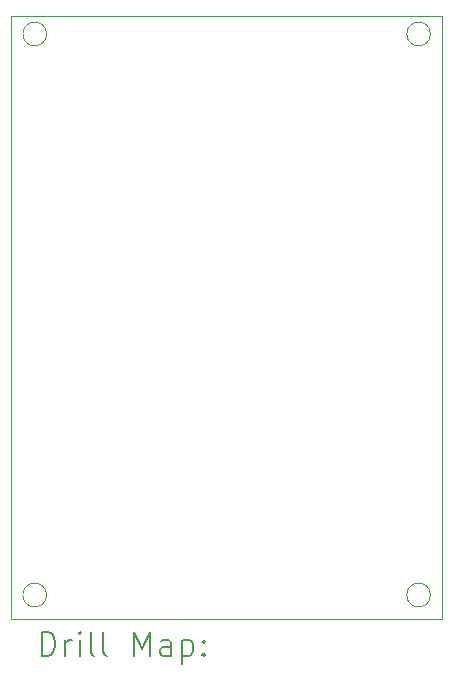
<source format=gbr>
%TF.GenerationSoftware,KiCad,Pcbnew,7.0.7*%
%TF.CreationDate,2024-09-10T18:13:52+02:00*%
%TF.ProjectId,meteo-home,6d657465-6f2d-4686-9f6d-652e6b696361,rev?*%
%TF.SameCoordinates,Original*%
%TF.FileFunction,Drillmap*%
%TF.FilePolarity,Positive*%
%FSLAX45Y45*%
G04 Gerber Fmt 4.5, Leading zero omitted, Abs format (unit mm)*
G04 Created by KiCad (PCBNEW 7.0.7) date 2024-09-10 18:13:52*
%MOMM*%
%LPD*%
G01*
G04 APERTURE LIST*
%ADD10C,0.050000*%
%ADD11C,0.200000*%
G04 APERTURE END LIST*
D10*
X10800000Y-5150000D02*
G75*
G03*
X10800000Y-5150000I-100000J0D01*
G01*
X10800000Y-9900000D02*
G75*
G03*
X10800000Y-9900000I-100000J0D01*
G01*
X14050000Y-9900000D02*
G75*
G03*
X14050000Y-9900000I-100000J0D01*
G01*
X14050000Y-5150000D02*
G75*
G03*
X14050000Y-5150000I-100000J0D01*
G01*
X10500000Y-5000000D02*
X14150000Y-5000000D01*
X14150000Y-10100000D01*
X10500000Y-10100000D01*
X10500000Y-5000000D01*
D11*
X10758277Y-10413984D02*
X10758277Y-10213984D01*
X10758277Y-10213984D02*
X10805896Y-10213984D01*
X10805896Y-10213984D02*
X10834467Y-10223508D01*
X10834467Y-10223508D02*
X10853515Y-10242555D01*
X10853515Y-10242555D02*
X10863039Y-10261603D01*
X10863039Y-10261603D02*
X10872563Y-10299698D01*
X10872563Y-10299698D02*
X10872563Y-10328270D01*
X10872563Y-10328270D02*
X10863039Y-10366365D01*
X10863039Y-10366365D02*
X10853515Y-10385412D01*
X10853515Y-10385412D02*
X10834467Y-10404460D01*
X10834467Y-10404460D02*
X10805896Y-10413984D01*
X10805896Y-10413984D02*
X10758277Y-10413984D01*
X10958277Y-10413984D02*
X10958277Y-10280650D01*
X10958277Y-10318746D02*
X10967801Y-10299698D01*
X10967801Y-10299698D02*
X10977324Y-10290174D01*
X10977324Y-10290174D02*
X10996372Y-10280650D01*
X10996372Y-10280650D02*
X11015420Y-10280650D01*
X11082086Y-10413984D02*
X11082086Y-10280650D01*
X11082086Y-10213984D02*
X11072563Y-10223508D01*
X11072563Y-10223508D02*
X11082086Y-10233031D01*
X11082086Y-10233031D02*
X11091610Y-10223508D01*
X11091610Y-10223508D02*
X11082086Y-10213984D01*
X11082086Y-10213984D02*
X11082086Y-10233031D01*
X11205896Y-10413984D02*
X11186848Y-10404460D01*
X11186848Y-10404460D02*
X11177324Y-10385412D01*
X11177324Y-10385412D02*
X11177324Y-10213984D01*
X11310658Y-10413984D02*
X11291610Y-10404460D01*
X11291610Y-10404460D02*
X11282086Y-10385412D01*
X11282086Y-10385412D02*
X11282086Y-10213984D01*
X11539229Y-10413984D02*
X11539229Y-10213984D01*
X11539229Y-10213984D02*
X11605896Y-10356841D01*
X11605896Y-10356841D02*
X11672562Y-10213984D01*
X11672562Y-10213984D02*
X11672562Y-10413984D01*
X11853515Y-10413984D02*
X11853515Y-10309222D01*
X11853515Y-10309222D02*
X11843991Y-10290174D01*
X11843991Y-10290174D02*
X11824943Y-10280650D01*
X11824943Y-10280650D02*
X11786848Y-10280650D01*
X11786848Y-10280650D02*
X11767801Y-10290174D01*
X11853515Y-10404460D02*
X11834467Y-10413984D01*
X11834467Y-10413984D02*
X11786848Y-10413984D01*
X11786848Y-10413984D02*
X11767801Y-10404460D01*
X11767801Y-10404460D02*
X11758277Y-10385412D01*
X11758277Y-10385412D02*
X11758277Y-10366365D01*
X11758277Y-10366365D02*
X11767801Y-10347317D01*
X11767801Y-10347317D02*
X11786848Y-10337793D01*
X11786848Y-10337793D02*
X11834467Y-10337793D01*
X11834467Y-10337793D02*
X11853515Y-10328270D01*
X11948753Y-10280650D02*
X11948753Y-10480650D01*
X11948753Y-10290174D02*
X11967801Y-10280650D01*
X11967801Y-10280650D02*
X12005896Y-10280650D01*
X12005896Y-10280650D02*
X12024943Y-10290174D01*
X12024943Y-10290174D02*
X12034467Y-10299698D01*
X12034467Y-10299698D02*
X12043991Y-10318746D01*
X12043991Y-10318746D02*
X12043991Y-10375889D01*
X12043991Y-10375889D02*
X12034467Y-10394936D01*
X12034467Y-10394936D02*
X12024943Y-10404460D01*
X12024943Y-10404460D02*
X12005896Y-10413984D01*
X12005896Y-10413984D02*
X11967801Y-10413984D01*
X11967801Y-10413984D02*
X11948753Y-10404460D01*
X12129705Y-10394936D02*
X12139229Y-10404460D01*
X12139229Y-10404460D02*
X12129705Y-10413984D01*
X12129705Y-10413984D02*
X12120182Y-10404460D01*
X12120182Y-10404460D02*
X12129705Y-10394936D01*
X12129705Y-10394936D02*
X12129705Y-10413984D01*
X12129705Y-10290174D02*
X12139229Y-10299698D01*
X12139229Y-10299698D02*
X12129705Y-10309222D01*
X12129705Y-10309222D02*
X12120182Y-10299698D01*
X12120182Y-10299698D02*
X12129705Y-10290174D01*
X12129705Y-10290174D02*
X12129705Y-10309222D01*
M02*

</source>
